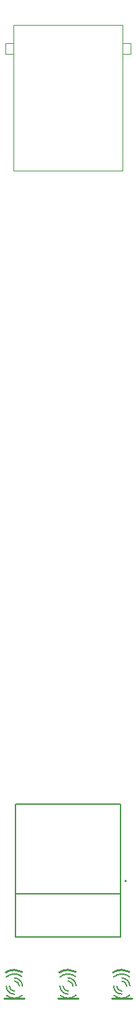
<source format=gbr>
%TF.GenerationSoftware,Altium Limited,Altium Designer,22.0.2 (36)*%
G04 Layer_Color=16711935*
%FSLAX45Y45*%
%MOMM*%
%TF.SameCoordinates,235A8577-C031-4008-B0C2-8E77F4E3A316*%
%TF.FilePolarity,Positive*%
%TF.FileFunction,Other,Mechanical_13*%
%TF.Part,Single*%
G01*
G75*
%TA.AperFunction,NonConductor*%
%ADD45C,0.25400*%
%ADD46C,0.15240*%
%ADD47C,0.20000*%
%ADD49C,0.12700*%
%ADD51C,0.10000*%
D45*
X2699992Y-11046800D02*
G03*
X2592312Y-11077677I0J-203200D01*
G01*
X2795396Y-11070585D02*
G03*
X2700000Y-11046800I-95397J-179415D01*
G01*
X2024992D02*
G03*
X1917312Y-11077677I0J-203200D01*
G01*
X2120396Y-11070585D02*
G03*
X2025000Y-11046800I-95397J-179415D01*
G01*
X1349992D02*
G03*
X1242312Y-11077677I0J-203200D01*
G01*
X1445396Y-11070585D02*
G03*
X1350000Y-11046800I-95397J-179415D01*
G01*
X2573000Y-11407480D02*
X2827000D01*
X1898000D02*
X2152000D01*
X1223000D02*
X1477000D01*
D46*
X2598400Y-11250000D02*
G03*
X2700000Y-11351600I101600J0D01*
G01*
X2636500Y-11250000D02*
G03*
X2700000Y-11313500I63500J0D01*
G01*
X2801600Y-11250000D02*
G03*
X2700000Y-11148400I-101600J0D01*
G01*
X2763500Y-11250000D02*
G03*
X2700000Y-11186500I-63500J0D01*
G01*
X2602039Y-11366745D02*
G03*
X2700000Y-11402400I97961J116745D01*
G01*
X2699998D02*
G03*
X2799982Y-11365018I0J152400D01*
G01*
X2699994Y-11097600D02*
G03*
X2598018Y-11136745I0J-152400D01*
G01*
X2797961Y-11133255D02*
G03*
X2700000Y-11097600I-97961J-116745D01*
G01*
X1923400Y-11250000D02*
G03*
X2025000Y-11351600I101600J0D01*
G01*
X1961500Y-11250000D02*
G03*
X2025000Y-11313500I63500J0D01*
G01*
X2126600Y-11250000D02*
G03*
X2025000Y-11148400I-101600J0D01*
G01*
X2088500Y-11250000D02*
G03*
X2025000Y-11186500I-63500J0D01*
G01*
X1927039Y-11366745D02*
G03*
X2025000Y-11402400I97961J116745D01*
G01*
X2024998D02*
G03*
X2124982Y-11365018I0J152400D01*
G01*
X2024994Y-11097600D02*
G03*
X1923018Y-11136745I0J-152400D01*
G01*
X2122961Y-11133255D02*
G03*
X2025000Y-11097600I-97961J-116745D01*
G01*
X1248400Y-11250000D02*
G03*
X1350000Y-11351600I101600J0D01*
G01*
X1286500Y-11250000D02*
G03*
X1350000Y-11313500I63500J0D01*
G01*
X1451600Y-11250000D02*
G03*
X1350000Y-11148400I-101600J0D01*
G01*
X1413500Y-11250000D02*
G03*
X1350000Y-11186500I-63500J0D01*
G01*
X1252039Y-11366745D02*
G03*
X1350000Y-11402400I97961J116745D01*
G01*
X1349999D02*
G03*
X1449982Y-11365018I0J152400D01*
G01*
X1349994Y-11097600D02*
G03*
X1248018Y-11136745I0J-152400D01*
G01*
X1447961Y-11133255D02*
G03*
X1350000Y-11097600I-97961J-116745D01*
G01*
D47*
X2757700Y-9930000D02*
G03*
X2757700Y-9930000I-10000J0D01*
G01*
D49*
X1362700Y-10630000D02*
X2682700D01*
X1362700D02*
Y-10090000D01*
Y-8970000D01*
X2682700D01*
Y-10090000D02*
Y-8970000D01*
Y-10630000D02*
Y-10090000D01*
X1362700D02*
X2682700D01*
D51*
X1337198Y-1015000D02*
X2708198D01*
X1337198D02*
Y815000D01*
X2708199Y815000D01*
X2708198Y-1015000D02*
X2708199Y815000D01*
X2712698Y445000D02*
X2810198D01*
X2810198Y585000D02*
X2810198Y445000D01*
X2712698Y585000D02*
X2810198D01*
X1235198Y445000D02*
X1332698D01*
X1235198D02*
Y585000D01*
X1332698D01*
%TF.MD5,16251ba2590452aa0cc88e1d8a5430a5*%
M02*

</source>
